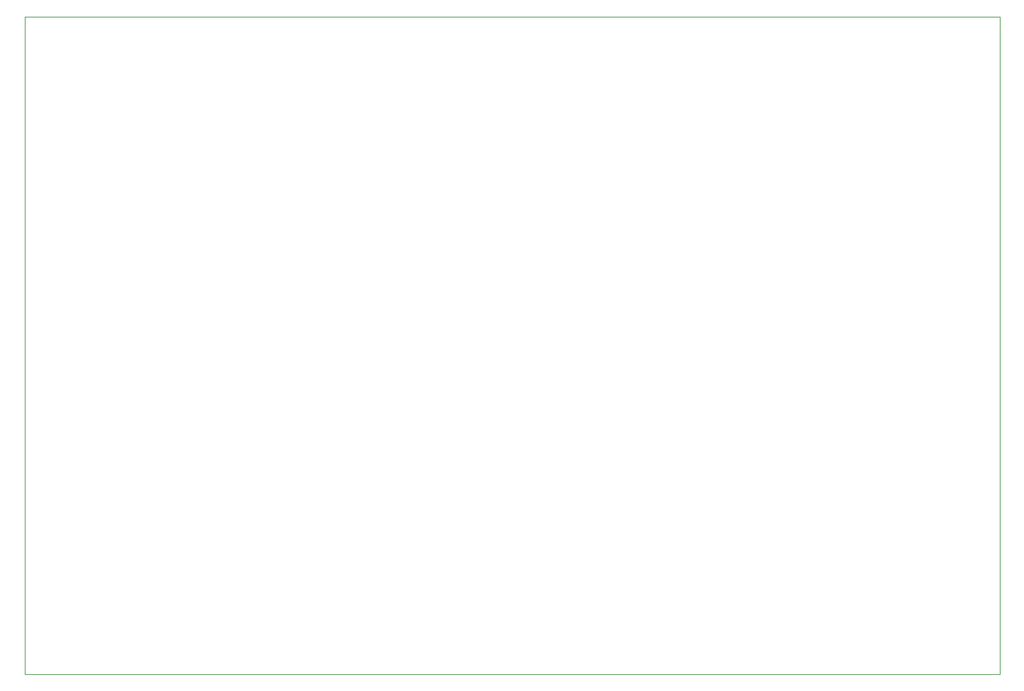
<source format=gbr>
%TF.GenerationSoftware,KiCad,Pcbnew,(6.0.7)*%
%TF.CreationDate,2023-02-09T09:46:21+02:00*%
%TF.ProjectId,Lamps_Type5,4c616d70-735f-4547-9970-65352e6b6963,rev?*%
%TF.SameCoordinates,Original*%
%TF.FileFunction,Profile,NP*%
%FSLAX46Y46*%
G04 Gerber Fmt 4.6, Leading zero omitted, Abs format (unit mm)*
G04 Created by KiCad (PCBNEW (6.0.7)) date 2023-02-09 09:46:21*
%MOMM*%
%LPD*%
G01*
G04 APERTURE LIST*
%TA.AperFunction,Profile*%
%ADD10C,0.100000*%
%TD*%
G04 APERTURE END LIST*
D10*
X270000000Y-125000000D02*
X147000000Y-125000000D01*
X147000000Y-42000000D01*
X270000000Y-42000000D01*
X270000000Y-125000000D01*
M02*

</source>
